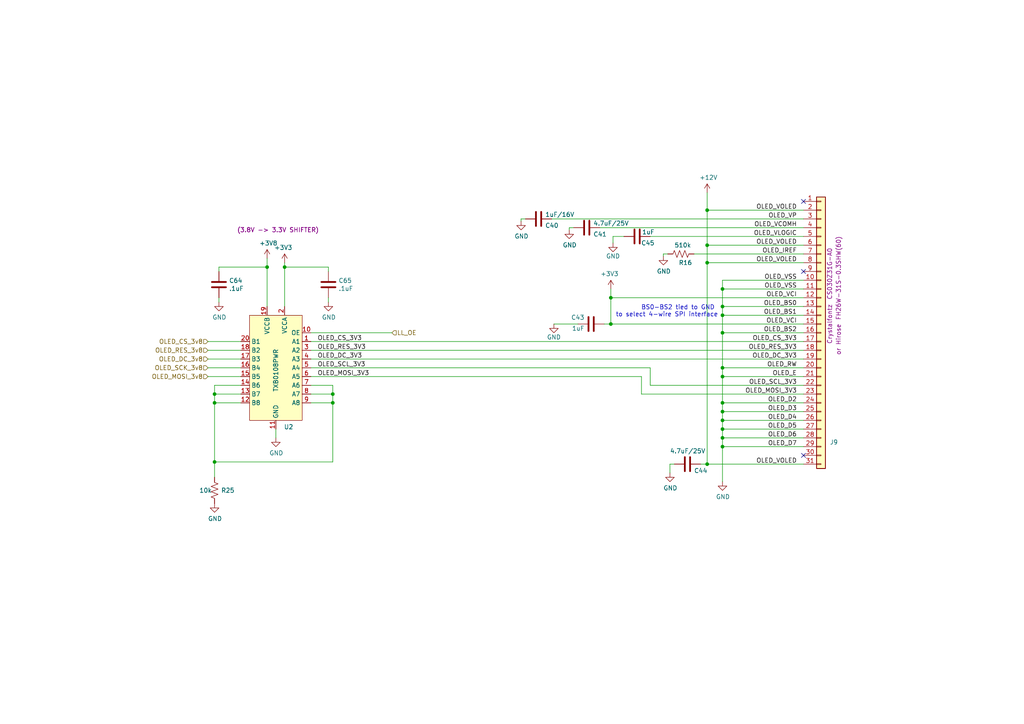
<source format=kicad_sch>
(kicad_sch (version 20211123) (generator eeschema)
  (paper "A4")
  (title_block (title "OLED DRIVER ") (comment 2 "FOR CRYSTALFONTZ P/N CFAL25664C0-021M-W "))
  (lib_symbols
    (symbol "Connector_Generic:Conn_01x31" (pin_names (offset 1.016) hide)
      (property "Reference" "J" (at 0 40.64 0))
      (property "Value" "Conn_01x31" (at 0 -40.64 0))
      (symbol "Conn_01x31_1_1"
        (rectangle (start -1.27 -37.973) (end 0 -38.227) (stroke (width 0.1524)))
        (rectangle (start -1.27 -35.433) (end 0 -35.687) (stroke (width 0.1524)))
        (rectangle (start -1.27 -32.893) (end 0 -33.147) (stroke (width 0.1524)))
        (rectangle (start -1.27 -30.353) (end 0 -30.607) (stroke (width 0.1524)))
        (rectangle (start -1.27 -27.813) (end 0 -28.067) (stroke (width 0.1524)))
        (rectangle (start -1.27 -25.273) (end 0 -25.527) (stroke (width 0.1524)))
        (rectangle (start -1.27 -22.733) (end 0 -22.987) (stroke (width 0.1524)))
        (rectangle (start -1.27 -20.193) (end 0 -20.447) (stroke (width 0.1524)))
        (rectangle (start -1.27 -17.653) (end 0 -17.907) (stroke (width 0.1524)))
        (rectangle (start -1.27 -15.113) (end 0 -15.367) (stroke (width 0.1524)))
        (rectangle (start -1.27 -12.573) (end 0 -12.827) (stroke (width 0.1524)))
        (rectangle (start -1.27 -10.033) (end 0 -10.287) (stroke (width 0.1524)))
        (rectangle (start -1.27 -7.493) (end 0 -7.747) (stroke (width 0.1524)))
        (rectangle (start -1.27 -4.953) (end 0 -5.207) (stroke (width 0.1524)))
        (rectangle (start -1.27 -2.413) (end 0 -2.667) (stroke (width 0.1524)))
        (rectangle (start -1.27 0.127) (end 0 -0.127) (stroke (width 0.1524)))
        (rectangle (start -1.27 2.667) (end 0 2.413) (stroke (width 0.1524)))
        (rectangle (start -1.27 5.207) (end 0 4.953) (stroke (width 0.1524)))
        (rectangle (start -1.27 7.747) (end 0 7.493) (stroke (width 0.1524)))
        (rectangle (start -1.27 10.287) (end 0 10.033) (stroke (width 0.1524)))
        (rectangle (start -1.27 12.827) (end 0 12.573) (stroke (width 0.1524)))
        (rectangle (start -1.27 15.367) (end 0 15.113) (stroke (width 0.1524)))
        (rectangle (start -1.27 17.907) (end 0 17.653) (stroke (width 0.1524)))
        (rectangle (start -1.27 20.447) (end 0 20.193) (stroke (width 0.1524)))
        (rectangle (start -1.27 22.987) (end 0 22.733) (stroke (width 0.1524)))
        (rectangle (start -1.27 25.527) (end 0 25.273) (stroke (width 0.1524)))
        (rectangle (start -1.27 28.067) (end 0 27.813) (stroke (width 0.1524)))
        (rectangle (start -1.27 30.607) (end 0 30.353) (stroke (width 0.1524)))
        (rectangle (start -1.27 33.147) (end 0 32.893) (stroke (width 0.1524)))
        (rectangle (start -1.27 35.687) (end 0 35.433) (stroke (width 0.1524)))
        (rectangle (start -1.27 38.227) (end 0 37.973) (stroke (width 0.1524)))
        (rectangle (start -1.27 39.37) (end 1.27 -39.37) (stroke (width 0.254)) (fill (type background)))
        (pin passive line (at -5.08 38.1 0) (length 3.81) (name "Pin_1") (number "1"))
        (pin passive line (at -5.08 15.24 0) (length 3.81) (name "Pin_10") (number "10"))
        (pin passive line (at -5.08 12.7 0) (length 3.81) (name "Pin_11") (number "11"))
        (pin passive line (at -5.08 10.16 0) (length 3.81) (name "Pin_12") (number "12"))
        (pin passive line (at -5.08 7.62 0) (length 3.81) (name "Pin_13") (number "13"))
        (pin passive line (at -5.08 5.08 0) (length 3.81) (name "Pin_14") (number "14"))
        (pin passive line (at -5.08 2.54 0) (length 3.81) (name "Pin_15") (number "15"))
        (pin passive line (at -5.08 0 0) (length 3.81) (name "Pin_16") (number "16"))
        (pin passive line (at -5.08 -2.54 0) (length 3.81) (name "Pin_17") (number "17"))
        (pin passive line (at -5.08 -5.08 0) (length 3.81) (name "Pin_18") (number "18"))
        (pin passive line (at -5.08 -7.62 0) (length 3.81) (name "Pin_19") (number "19"))
        (pin passive line (at -5.08 35.56 0) (length 3.81) (name "Pin_2") (number "2"))
        (pin passive line (at -5.08 -10.16 0) (length 3.81) (name "Pin_20") (number "20"))
        (pin passive line (at -5.08 -12.7 0) (length 3.81) (name "Pin_21") (number "21"))
        (pin passive line (at -5.08 -15.24 0) (length 3.81) (name "Pin_22") (number "22"))
        (pin passive line (at -5.08 -17.78 0) (length 3.81) (name "Pin_23") (number "23"))
        (pin passive line (at -5.08 -20.32 0) (length 3.81) (name "Pin_24") (number "24"))
        (pin passive line (at -5.08 -22.86 0) (length 3.81) (name "Pin_25") (number "25"))
        (pin passive line (at -5.08 -25.4 0) (length 3.81) (name "Pin_26") (number "26"))
        (pin passive line (at -5.08 -27.94 0) (length 3.81) (name "Pin_27") (number "27"))
        (pin passive line (at -5.08 -30.48 0) (length 3.81) (name "Pin_28") (number "28"))
        (pin passive line (at -5.08 -33.02 0) (length 3.81) (name "Pin_29") (number "29"))
        (pin passive line (at -5.08 33.02 0) (length 3.81) (name "Pin_3") (number "3"))
        (pin passive line (at -5.08 -35.56 0) (length 3.81) (name "Pin_30") (number "30"))
        (pin passive line (at -5.08 -38.1 0) (length 3.81) (name "Pin_31") (number "31"))
        (pin passive line (at -5.08 30.48 0) (length 3.81) (name "Pin_4") (number "4"))
        (pin passive line (at -5.08 27.94 0) (length 3.81) (name "Pin_5") (number "5"))
        (pin passive line (at -5.08 25.4 0) (length 3.81) (name "Pin_6") (number "6"))
        (pin passive line (at -5.08 22.86 0) (length 3.81) (name "Pin_7") (number "7"))
        (pin passive line (at -5.08 20.32 0) (length 3.81) (name "Pin_8") (number "8"))
        (pin passive line (at -5.08 17.78 0) (length 3.81) (name "Pin_9") (number "9"))
      )
    )
    (symbol "Device:C" (pin_numbers hide) (pin_names (offset 0.254))
      (property "Reference" "C" (at 0.635 2.54 0))
      (property "Value" "C" (at 0.635 -2.54 0))
      (symbol "C_0_1"
        (polyline (pts (xy -2.032 -0.762) (xy 2.032 -0.762)) (stroke (width 0.508)))
        (polyline (pts (xy -2.032 0.762) (xy 2.032 0.762)) (stroke (width 0.508)))
      )
      (symbol "C_1_1"
        (pin passive line (at 0 3.81 270) (length 2.794) (name "~") (number "1"))
        (pin passive line (at 0 -3.81 90) (length 2.794) (name "~") (number "2"))
      )
    )
    (symbol "Device:R_US" (pin_numbers hide) (pin_names (offset 0))
      (property "Reference" "R" (at 2.54 0 90))
      (property "Value" "R_US" (at -2.54 0 90))
      (symbol "R_US_0_1"
        (polyline (pts (xy 0 -2.286) (xy 0 -2.54)))
        (polyline (pts (xy 0 2.286) (xy 0 2.54)))
        (polyline (pts (xy 0 -0.762) (xy 1.016 -1.143) (xy 0 -1.524) (xy -1.016 -1.905) (xy 0 -2.286)))
        (polyline (pts (xy 0 0.762) (xy 1.016 0.381) (xy 0 0) (xy -1.016 -0.381) (xy 0 -0.762)))
        (polyline (pts (xy 0 2.286) (xy 1.016 1.905) (xy 0 1.524) (xy -1.016 1.143) (xy 0 0.762)))
      )
      (symbol "R_US_1_1"
        (pin passive line (at 0 3.81 270) (length 1.27) (name "~") (number "1"))
        (pin passive line (at 0 -3.81 90) (length 1.27) (name "~") (number "2"))
      )
    )
    (symbol "MyLibrary:TXB0108PWR"
      (property "Reference" "U" (at 1.27 7.62 0))
      (property "Value" "TXB0108PWR" (at 0 -0.635 90))
      (symbol "TXB0108PWR_0_1"
        (rectangle (start -7.62 13.97) (end 7.62 -16.51) (fill (type background)))
      )
      (symbol "TXB0108PWR_1_1"
        (pin bidirectional line (at -10.16 6.35 0) (length 2.54) (name "A1") (number "1"))
        (pin bidirectional line (at -10.16 8.89 0) (length 2.54) (name "OE") (number "10"))
        (pin bidirectional line (at 0 -19.05 90) (length 2.54) (name "GND") (number "11"))
        (pin bidirectional line (at 10.16 -11.43 180) (length 2.54) (name "B8") (number "12"))
        (pin bidirectional line (at 10.16 -8.89 180) (length 2.54) (name "B7") (number "13"))
        (pin bidirectional line (at 10.16 -6.35 180) (length 2.54) (name "B6") (number "14"))
        (pin bidirectional line (at 10.16 -3.81 180) (length 2.54) (name "B5") (number "15"))
        (pin bidirectional line (at 10.16 -1.27 180) (length 2.54) (name "B4") (number "16"))
        (pin bidirectional line (at 10.16 1.27 180) (length 2.54) (name "B3") (number "17"))
        (pin bidirectional line (at 10.16 3.81 180) (length 2.54) (name "B2") (number "18"))
        (pin bidirectional line (at 2.54 16.51 270) (length 2.54) (name "VCCB") (number "19"))
        (pin bidirectional line (at -2.54 16.51 270) (length 2.54) (name "VCCA") (number "2"))
        (pin bidirectional line (at 10.16 6.35 180) (length 2.54) (name "B1") (number "20"))
        (pin bidirectional line (at -10.16 3.81 0) (length 2.54) (name "A2") (number "3"))
        (pin bidirectional line (at -10.16 1.27 0) (length 2.54) (name "A3") (number "4"))
        (pin bidirectional line (at -10.16 -1.27 0) (length 2.54) (name "A4") (number "5"))
        (pin bidirectional line (at -10.16 -3.81 0) (length 2.54) (name "A5") (number "6"))
        (pin bidirectional line (at -10.16 -6.35 0) (length 2.54) (name "A6") (number "7"))
        (pin bidirectional line (at -10.16 -8.89 0) (length 2.54) (name "A7") (number "8"))
        (pin bidirectional line (at -10.16 -11.43 0) (length 2.54) (name "A8") (number "9"))
      )
    )
    (symbol "power:+12V" (power) (pin_names (offset 0))
      (property "Value" "+12V" (at 0 3.556 0))
      (symbol "+12V_0_1"
        (polyline (pts (xy -0.762 1.27) (xy 0 2.54)))
        (polyline (pts (xy 0 0) (xy 0 2.54)))
        (polyline (pts (xy 0 2.54) (xy 0.762 1.27)))
      )
      (symbol "+12V_1_1"
        (pin power_in line (at 0 0 90) (length 0) hide (name "+12V") (number "1"))
      )
    )
    (symbol "power:+3V3" (power) (pin_names (offset 0))
      (property "Value" "+3V3" (at 0 3.556 0))
      (symbol "+3V3_0_1"
        (polyline (pts (xy -0.762 1.27) (xy 0 2.54)))
        (polyline (pts (xy 0 0) (xy 0 2.54)))
        (polyline (pts (xy 0 2.54) (xy 0.762 1.27)))
      )
      (symbol "+3V3_1_1"
        (pin power_in line (at 0 0 90) (length 0) hide (name "+3V3") (number "1"))
      )
    )
    (symbol "power:+3V8" (power) (pin_names (offset 0))
      (property "Value" "+3V8" (at 0 3.556 0))
      (symbol "+3V8_0_1"
        (polyline (pts (xy -0.762 1.27) (xy 0 2.54)))
        (polyline (pts (xy 0 0) (xy 0 2.54)))
        (polyline (pts (xy 0 2.54) (xy 0.762 1.27)))
      )
      (symbol "+3V8_1_1"
        (pin power_in line (at 0 0 90) (length 0) hide (name "+3V8") (number "1"))
      )
    )
    (symbol "power:GND" (power) (pin_names (offset 0))
      (property "Value" "GND" (at 0 -3.81 0))
      (symbol "GND_0_1"
        (polyline (pts (xy 0 0) (xy 0 -1.27) (xy 1.27 -1.27) (xy 0 -2.54) (xy -1.27 -1.27) (xy 0 -1.27)))
      )
      (symbol "GND_1_1"
        (pin power_in line (at 0 0 270) (length 0) hide (name "GND") (number "1"))
      )
    )
  )
  (junction (at 62.23 114.3))
  (junction (at 209.55 124.46))
  (junction (at 205.105 76.2))
  (junction (at 209.55 127))
  (junction (at 62.23 133.985))
  (junction (at 209.55 96.52))
  (junction (at 177.165 86.36))
  (junction (at 209.55 129.54))
  (junction (at 62.23 116.84))
  (junction (at 209.55 119.38))
  (junction (at 209.55 116.84))
  (junction (at 82.55 77.47))
  (junction (at 209.55 88.9))
  (junction (at 205.105 71.12))
  (junction (at 209.55 109.22))
  (junction (at 177.165 93.98))
  (junction (at 209.55 83.82))
  (junction (at 209.55 106.68))
  (junction (at 209.55 91.44))
  (junction (at 77.47 77.47))
  (junction (at 96.52 114.3))
  (junction (at 205.105 134.62))
  (junction (at 205.105 60.96))
  (junction (at 209.55 121.92))
  (junction (at 96.52 116.84))
  (no_connect (at 233.045 132.08))
  (no_connect (at 233.045 58.42))
  (no_connect (at 233.045 78.74))
  (wire (pts (xy 96.52 133.985) (xy 62.23 133.985)))
  (wire (pts (xy 209.55 121.92) (xy 209.55 119.38)))
  (wire (pts (xy 60.325 99.06) (xy 69.85 99.06)))
  (wire (pts (xy 177.165 93.98) (xy 177.165 86.36)))
  (wire (pts (xy 209.55 81.28) (xy 233.045 81.28)))
  (wire (pts (xy 209.55 88.9) (xy 209.55 83.82)))
  (wire (pts (xy 62.23 114.3) (xy 69.85 114.3)))
  (wire (pts (xy 186.055 109.22) (xy 90.17 109.22)))
  (wire (pts (xy 95.25 78.74) (xy 95.25 77.47)))
  (wire (pts (xy 62.23 116.84) (xy 62.23 114.3)))
  (wire (pts (xy 188.595 68.58) (xy 233.045 68.58)))
  (wire (pts (xy 177.8 70.485) (xy 177.8 68.58)))
  (wire (pts (xy 96.52 116.84) (xy 96.52 114.3)))
  (wire (pts (xy 95.25 87.63) (xy 95.25 86.36)))
  (wire (pts (xy 90.17 116.84) (xy 96.52 116.84)))
  (wire (pts (xy 233.045 129.54) (xy 209.55 129.54)))
  (wire (pts (xy 192.405 73.66) (xy 192.405 74.295)))
  (wire (pts (xy 77.47 88.9) (xy 77.47 77.47)))
  (wire (pts (xy 233.045 91.44) (xy 209.55 91.44)))
  (wire (pts (xy 233.045 83.82) (xy 209.55 83.82)))
  (wire (pts (xy 77.47 77.47) (xy 77.47 74.93)))
  (wire (pts (xy 69.85 116.84) (xy 62.23 116.84)))
  (wire (pts (xy 62.23 116.84) (xy 62.23 133.985)))
  (wire (pts (xy 233.045 134.62) (xy 205.105 134.62)))
  (wire (pts (xy 209.55 106.68) (xy 209.55 109.22)))
  (wire (pts (xy 62.23 133.985) (xy 62.23 138.43)))
  (wire (pts (xy 209.55 124.46) (xy 209.55 121.92)))
  (wire (pts (xy 233.045 124.46) (xy 209.55 124.46)))
  (wire (pts (xy 233.045 106.68) (xy 209.55 106.68)))
  (wire (pts (xy 188.595 111.76) (xy 233.045 111.76)))
  (wire (pts (xy 63.5 77.47) (xy 63.5 78.74)))
  (wire (pts (xy 209.55 139.7) (xy 209.55 129.54)))
  (wire (pts (xy 205.105 60.96) (xy 233.045 60.96)))
  (wire (pts (xy 151.13 63.5) (xy 151.13 64.135)))
  (wire (pts (xy 95.25 77.47) (xy 82.55 77.47)))
  (wire (pts (xy 205.105 60.96) (xy 205.105 55.88)))
  (wire (pts (xy 90.17 106.68) (xy 188.595 106.68)))
  (wire (pts (xy 233.045 119.38) (xy 209.55 119.38)))
  (wire (pts (xy 173.99 66.04) (xy 233.045 66.04)))
  (wire (pts (xy 96.52 114.3) (xy 96.52 111.76)))
  (wire (pts (xy 188.595 106.68) (xy 188.595 111.76)))
  (wire (pts (xy 60.325 106.68) (xy 69.85 106.68)))
  (wire (pts (xy 151.13 63.5) (xy 152.4 63.5)))
  (wire (pts (xy 80.01 124.46) (xy 80.01 127)))
  (wire (pts (xy 63.5 87.63) (xy 63.5 86.36)))
  (wire (pts (xy 194.31 137.16) (xy 194.31 134.62)))
  (wire (pts (xy 166.37 66.04) (xy 165.1 66.04)))
  (wire (pts (xy 209.55 119.38) (xy 209.55 116.84)))
  (wire (pts (xy 233.045 63.5) (xy 160.02 63.5)))
  (wire (pts (xy 209.55 121.92) (xy 233.045 121.92)))
  (wire (pts (xy 233.045 71.12) (xy 205.105 71.12)))
  (wire (pts (xy 77.47 77.47) (xy 63.5 77.47)))
  (wire (pts (xy 209.55 109.22) (xy 233.045 109.22)))
  (wire (pts (xy 177.165 83.82) (xy 177.165 86.36)))
  (wire (pts (xy 233.045 76.2) (xy 205.105 76.2)))
  (wire (pts (xy 165.1 66.04) (xy 165.1 66.675)))
  (wire (pts (xy 60.325 104.14) (xy 69.85 104.14)))
  (wire (pts (xy 90.17 104.14) (xy 233.045 104.14)))
  (wire (pts (xy 82.55 76.2) (xy 82.55 77.47)))
  (wire (pts (xy 233.045 86.36) (xy 177.165 86.36)))
  (wire (pts (xy 205.105 71.12) (xy 205.105 60.96)))
  (wire (pts (xy 90.17 114.3) (xy 96.52 114.3)))
  (wire (pts (xy 209.55 127) (xy 209.55 124.46)))
  (wire (pts (xy 203.2 134.62) (xy 205.105 134.62)))
  (wire (pts (xy 233.045 93.98) (xy 177.165 93.98)))
  (wire (pts (xy 60.325 109.22) (xy 69.85 109.22)))
  (wire (pts (xy 205.105 76.2) (xy 205.105 71.12)))
  (wire (pts (xy 233.045 73.66) (xy 201.295 73.66)))
  (wire (pts (xy 175.26 93.98) (xy 177.165 93.98)))
  (wire (pts (xy 186.055 114.3) (xy 186.055 109.22)))
  (wire (pts (xy 90.17 99.06) (xy 233.045 99.06)))
  (wire (pts (xy 209.55 106.68) (xy 209.55 96.52)))
  (wire (pts (xy 209.55 96.52) (xy 209.55 91.44)))
  (wire (pts (xy 209.55 116.84) (xy 233.045 116.84)))
  (wire (pts (xy 96.52 111.76) (xy 90.17 111.76)))
  (wire (pts (xy 209.55 83.82) (xy 209.55 81.28)))
  (wire (pts (xy 194.31 134.62) (xy 195.58 134.62)))
  (wire (pts (xy 192.405 73.66) (xy 193.675 73.66)))
  (wire (pts (xy 209.55 91.44) (xy 209.55 88.9)))
  (wire (pts (xy 205.105 134.62) (xy 205.105 76.2)))
  (wire (pts (xy 60.325 101.6) (xy 69.85 101.6)))
  (wire (pts (xy 233.045 114.3) (xy 186.055 114.3)))
  (wire (pts (xy 233.045 96.52) (xy 209.55 96.52)))
  (wire (pts (xy 90.17 96.52) (xy 113.665 96.52)))
  (wire (pts (xy 90.17 101.6) (xy 233.045 101.6)))
  (wire (pts (xy 180.975 68.58) (xy 177.8 68.58)))
  (wire (pts (xy 62.23 114.3) (xy 62.23 111.76)))
  (wire (pts (xy 82.55 77.47) (xy 82.55 88.9)))
  (wire (pts (xy 233.045 88.9) (xy 209.55 88.9)))
  (wire (pts (xy 209.55 129.54) (xy 209.55 127)))
  (wire (pts (xy 209.55 127) (xy 233.045 127)))
  (wire (pts (xy 160.655 93.98) (xy 167.64 93.98)))
  (wire (pts (xy 96.52 116.84) (xy 96.52 133.985)))
  (wire (pts (xy 209.55 116.84) (xy 209.55 109.22)))
  (wire (pts (xy 62.23 111.76) (xy 69.85 111.76)))
  (text "BS0-BS2 tied to GND \nto select 4-wire SPI interface" (at 208.28 92.075 180) (effects (font (size 1.27 1.27)) (justify right bottom)))
  (label "OLED_D2" (at 231.14 116.84 180))
  (label "OLED_RES_3V3" (at 92.075 101.6 0))
  (label "OLED_D4" (at 231.14 121.92 180))
  (label "OLED_VCI" (at 231.14 93.98 180))
  (label "OLED_BS2" (at 231.14 96.52 180))
  (label "OLED_BS1" (at 231.14 91.44 180))
  (label "OLED_BS0" (at 231.14 88.9 180))
  (label "OLED_VSS" (at 231.14 81.28 180))
  (label "OLED_VOLED" (at 231.14 71.12 180))
  (label "OLED_D3" (at 231.14 119.38 180))
  (label "OLED_CS_3V3" (at 231.14 99.06 180))
  (label "OLED_VOLED" (at 231.14 134.62 180))
  (label "OLED_IREF" (at 231.14 73.66 180))
  (label "OLED_DC_3V3" (at 231.14 104.14 180))
  (label "OLED_CS_3V3" (at 92.075 99.06 0))
  (label "OLED_VP" (at 231.14 63.5 180))
  (label "OLED_VOLED" (at 231.14 76.2 180))
  (label "OLED_D5" (at 231.14 124.46 180))
  (label "OLED_D7" (at 231.14 129.54 180))
  (label "OLED_DC_3V3" (at 92.075 104.14 0))
  (label "OLED_VLOGIC" (at 231.14 68.58 180))
  (label "OLED_MOSI_3V3" (at 231.14 114.3 180))
  (label "OLED_VSS" (at 231.14 83.82 180))
  (label "OLED_VCI" (at 231.14 86.36 180))
  (label "OLED_MOSI_3V3" (at 92.075 109.22 0))
  (label "OLED_RW" (at 231.14 106.68 180))
  (label "OLED_SCL_3V3" (at 92.075 106.68 0))
  (label "OLED_VCOMH" (at 231.14 66.04 180))
  (label "OLED_SCL_3V3" (at 231.14 111.76 180))
  (label "OLED_D6" (at 231.14 127 180))
  (label "OLED_VOLED" (at 231.14 60.96 180))
  (label "OLED_E" (at 231.14 109.22 180))
  (label "OLED_RES_3V3" (at 231.14 101.6 180))
  (hierarchical_label "OLED_RES_3v8" (shape input) (at 60.325 101.6 180))
  (hierarchical_label "OLED_SCK_3v8" (shape input) (at 60.325 106.68 180))
  (hierarchical_label "OLED_CS_3v8" (shape input) (at 60.325 99.06 180))
  (hierarchical_label "OLED_DC_3v8" (shape input) (at 60.325 104.14 180))
  (hierarchical_label "LL_OE" (shape input) (at 113.665 96.52 0))
  (hierarchical_label "OLED_MOSI_3v8" (shape input) (at 60.325 109.22 180))
  (symbol (lib_id "power:+3V3") (at 177.165 83.82 0) (mirror y) (unit 1)
    (property "Reference" "#PWR0221" (effects hide))
    (property "Value" "+3V3" (at 176.784 79.4258 0))
  )
  (symbol (lib_id "power:+12V") (at 205.105 55.88 0) (unit 1)
    (property "Reference" "#PWR0230" (effects hide))
    (property "Value" "+12V" (at 205.486 51.4858 0))
  )
  (symbol (lib_id "Connector_Generic:Conn_01x31") (at 238.125 96.52 0) (unit 1)
    (property "Reference" "J9" (at 240.665 128.27 0) (effects (justify left)))
    (property "Value" "FPC Connector for OLED" (effects hide))
    (property "Footprint" "MyFootprints:Hirose_FPC_FH26W-31S-0.3SHW(60)" (effects hide))
    (property "Mfg. Name" "Crystalfontz" (at 240.665 93.98 90))
    (property "Mfg. Part No." "CS030Z31G-A0" (at 240.665 79.375 90))
    (property "Alt. Mfg. Name" "or Hirose" (at 243.205 98.425 90))
    (property "Alt. Mfg. Par No." "FH26W-31S-0.3SHW(60)" (at 243.205 80.645 90))
  )
  (symbol (lib_id "power:GND") (at 177.8 70.485 0) (unit 1)
    (property "Reference" "#PWR0231" (effects hide))
    (property "Value" "GND" (at 177.8 74.295 0))
  )
  (symbol (lib_id "Device:C") (at 184.785 68.58 90) (unit 1)
    (property "Reference" "C45" (at 189.865 70.485 90) (effects (justify left)))
    (property "Value" "1uF" (at 189.865 67.31 90) (effects (justify left)))
    (property "Footprint" "Capacitor_SMD:C_0402_1005Metric" (effects hide))
    (property "Mfg. Name" "Kemet" (effects hide))
    (property "Mfg. Part No." "C0402C105K9PACTU" (effects hide))
  )
  (symbol (lib_id "power:GND") (at 209.55 139.7 0) (unit 1)
    (property "Reference" "#PWR0232" (effects hide))
    (property "Value" "GND" (at 209.677 144.0942 0))
  )
  (symbol (lib_id "Device:C") (at 156.21 63.5 270) (unit 1)
    (property "Reference" "C40" (at 158.115 65.405 90) (effects (justify left)))
    (property "Value" "1uF/16V" (at 158.115 62.23 90) (effects (justify left)))
    (property "Footprint" "Capacitor_SMD:C_0805_2012Metric" (effects hide))
    (property "Mfg. Name" "Kemet" (effects hide))
    (property "Mfg. Part No." "C0805C105K4RACTU" (effects hide))
  )
  (symbol (lib_id "power:GND") (at 151.13 64.135 0) (unit 1)
    (property "Reference" "#PWR0235" (effects hide))
    (property "Value" "GND" (at 151.257 68.5292 0))
  )
  (symbol (lib_id "Device:C") (at 170.18 66.04 270) (unit 1)
    (property "Reference" "C41" (at 172.085 67.945 90) (effects (justify left)))
    (property "Value" "4.7uF/25V" (at 172.085 64.77 90) (effects (justify left)))
    (property "Footprint" "Capacitor_SMD:C_0805_2012Metric" (effects hide))
    (property "Mfg. Name" "Kemet" (effects hide))
    (property "Mfg. Part No." "C0805C475K3PACTU" (effects hide))
  )
  (symbol (lib_id "power:GND") (at 194.31 137.16 0) (unit 1)
    (property "Reference" "#PWR0220" (effects hide))
    (property "Value" "GND" (at 194.437 141.5542 0))
  )
  (symbol (lib_id "Device:R_US") (at 197.485 73.66 270) (unit 1)
    (property "Reference" "R16" (at 196.85 76.2 90) (effects (justify left)))
    (property "Value" "510k" (at 195.58 71.12 90) (effects (justify left)))
    (property "Footprint" "Resistor_SMD:R_0603_1608Metric" (effects hide))
  )
  (symbol (lib_id "power:GND") (at 192.405 74.295 0) (unit 1)
    (property "Reference" "#PWR0222" (effects hide))
    (property "Value" "GND" (at 192.532 78.6892 0))
  )
  (symbol (lib_id "power:GND") (at 165.1 66.675 0) (unit 1)
    (property "Reference" "#PWR0236" (effects hide))
    (property "Value" "GND" (at 165.227 71.0692 0))
  )
  (symbol (lib_id "Device:C") (at 171.45 93.98 90) (unit 1)
    (property "Reference" "C43" (at 169.545 92.075 90) (effects (justify left)))
    (property "Value" "1uF" (at 169.545 95.25 90) (effects (justify left)))
    (property "Footprint" "Capacitor_SMD:C_0402_1005Metric" (effects hide))
    (property "Mfg. Name" "Kemet" (effects hide))
    (property "Mfg. Part No." "C0402C105K9PACTU" (effects hide))
  )
  (symbol (lib_id "power:GND") (at 160.655 93.98 0) (unit 1)
    (property "Reference" "#PWR0237" (effects hide))
    (property "Value" "GND" (at 160.655 97.79 0))
  )
  (symbol (lib_id "Device:C") (at 199.39 134.62 270) (unit 1)
    (property "Reference" "C44" (at 201.295 136.525 90) (effects (justify left)))
    (property "Value" "4.7uF/25V" (at 194.31 130.81 90) (effects (justify left)))
    (property "Footprint" "Capacitor_SMD:C_0805_2012Metric" (effects hide))
    (property "Mfg. Name" "Kemet" (effects hide))
    (property "Mfg. Part No." "C0805C475K3PACTU" (effects hide))
  )
  (symbol (lib_id "power:+3V8") (at 77.47 74.93 0) (unit 1)
    (property "Reference" "#PWR0224" (effects hide))
    (property "Value" "+3V8" (at 77.851 70.5358 0))
  )
  (symbol (lib_id "power:GND") (at 95.25 87.63 0) (unit 1)
    (property "Reference" "#PWR0173" (effects hide))
    (property "Value" "GND" (at 95.377 92.0242 0))
  )
  (symbol (lib_id "power:GND") (at 62.23 146.05 0) (unit 1)
    (property "Reference" "#PWR0226" (effects hide))
    (property "Value" "GND" (at 62.357 150.4442 0))
  )
  (symbol (lib_id "Device:C") (at 63.5 82.55 0) (unit 1)
    (property "Reference" "C64" (at 66.421 81.3816 0) (effects (justify left)))
    (property "Value" ".1uF" (at 66.421 83.693 0) (effects (justify left)))
    (property "Footprint" "Capacitor_SMD:C_0603_1608Metric" (effects hide))
  )
  (symbol (lib_id "power:+3V3") (at 82.55 76.2 0) (mirror y) (unit 1)
    (property "Reference" "#PWR0223" (effects hide))
    (property "Value" "+3V3" (at 82.169 71.8058 0))
  )
  (symbol (lib_id "power:GND") (at 80.01 127 0) (unit 1)
    (property "Reference" "#PWR0225" (effects hide))
    (property "Value" "GND" (at 80.137 131.3942 0))
  )
  (symbol (lib_id "MyLibrary:TXB0108PWR") (at 80.01 105.41 0) (mirror y) (unit 1)
    (property "Reference" "U2" (at 85.09 123.825 0) (effects (justify left)))
    (property "Value" "TXB0108PWR" (at 80.01 113.665 90) (effects (justify left)))
    (property "Footprint" "Package_SO:TSSOP-20_4.4x6.5mm_P0.65mm" (effects hide))
    (property "Label" "(3.8V -> 3.3V SHIFTER)" (at 80.645 66.675 0))
    (property "Mfg. Name" "TI" (effects hide))
    (property "Mfg. Part No." "TXB0108PWR" (effects hide))
  )
  (symbol (lib_id "Device:R_US") (at 62.23 142.24 0) (unit 1)
    (property "Reference" "R25" (at 64.135 142.24 0) (effects (justify left)))
    (property "Value" "10k" (at 57.785 142.24 0) (effects (justify left)))
    (property "Footprint" "Resistor_SMD:R_0603_1608Metric" (effects hide))
  )
  (symbol (lib_id "power:GND") (at 63.5 87.63 0) (unit 1)
    (property "Reference" "#PWR0219" (effects hide))
    (property "Value" "GND" (at 63.627 92.0242 0))
  )
  (symbol (lib_id "Device:C") (at 95.25 82.55 0) (unit 1)
    (property "Reference" "C65" (at 98.171 81.3816 0) (effects (justify left)))
    (property "Value" ".1uF" (at 98.171 83.693 0) (effects (justify left)))
    (property "Footprint" "Capacitor_SMD:C_0603_1608Metric" (effects hide))
  )
)
</source>
